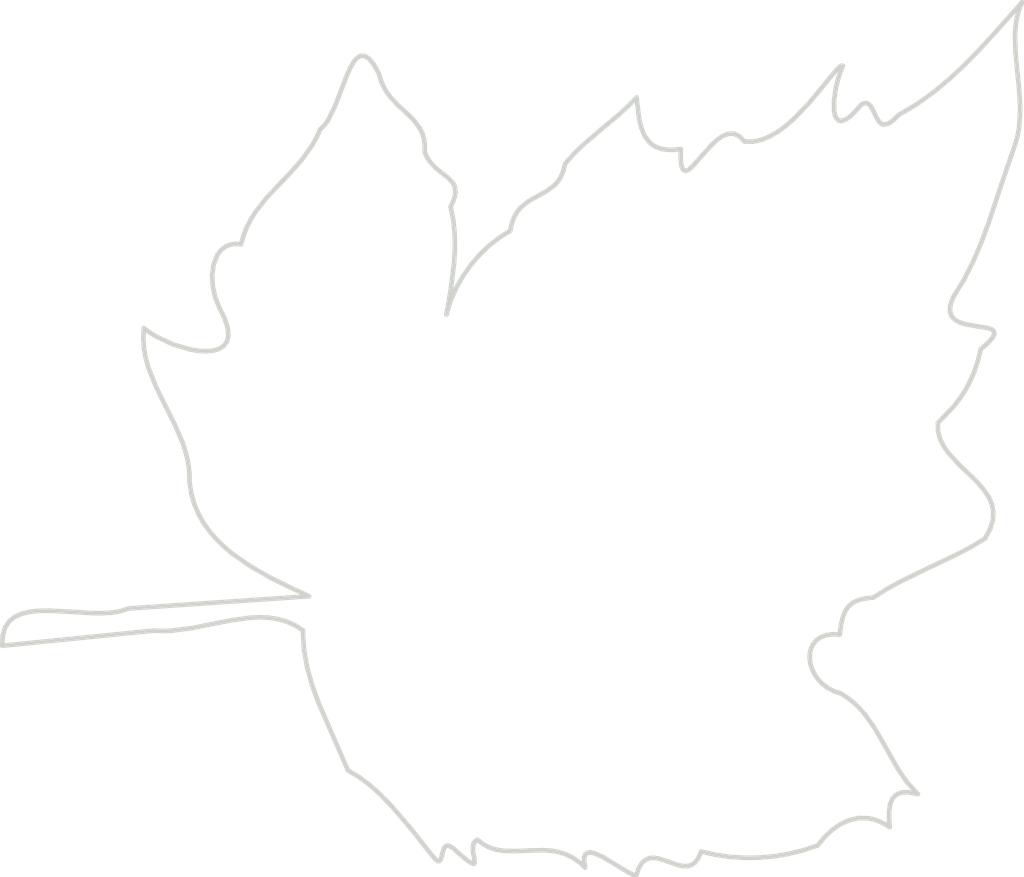
<source format=kicad_pcb>
(kicad_pcb (version 20201002) (generator pcbnew)

  (general
    (thickness 1.6)
  )

  (paper "A4")
  (layers
    (0 "F.Cu" signal)
    (31 "B.Cu" signal)
    (32 "B.Adhes" user "B.Adhesive")
    (33 "F.Adhes" user "F.Adhesive")
    (34 "B.Paste" user)
    (35 "F.Paste" user)
    (36 "B.SilkS" user "B.Silkscreen")
    (37 "F.SilkS" user "F.Silkscreen")
    (38 "B.Mask" user)
    (39 "F.Mask" user)
    (40 "Dwgs.User" user "User.Drawings")
    (41 "Cmts.User" user "User.Comments")
    (42 "Eco1.User" user "User.Eco1")
    (43 "Eco2.User" user "User.Eco2")
    (44 "Edge.Cuts" user)
    (45 "Margin" user)
    (46 "B.CrtYd" user "B.Courtyard")
    (47 "F.CrtYd" user "F.Courtyard")
    (48 "B.Fab" user)
    (49 "F.Fab" user)
  )

  (setup
    (stackup
      (layer "F.SilkS" (type "Top Silk Screen"))
      (layer "F.Paste" (type "Top Solder Paste"))
      (layer "F.Mask" (type "Top Solder Mask") (color "Green") (thickness 0.01))
      (layer "F.Cu" (type "copper") (thickness 0.035))
      (layer "dielectric 1" (type "core") (thickness 1.51) (material "FR4") (epsilon_r 4.5) (loss_tangent 0.02))
      (layer "B.Cu" (type "copper") (thickness 0.035))
      (layer "B.Mask" (type "Bottom Solder Mask") (color "Green") (thickness 0.01))
      (layer "B.Paste" (type "Bottom Solder Paste"))
      (layer "B.SilkS" (type "Bottom Silk Screen"))
      (copper_finish "None")
      (dielectric_constraints no)
    )
    (pcbplotparams
      (layerselection 0x00010fc_ffffffff)
      (disableapertmacros false)
      (usegerberextensions false)
      (usegerberattributes true)
      (usegerberadvancedattributes true)
      (creategerberjobfile true)
      (svguseinch false)
      (svgprecision 6)
      (excludeedgelayer true)
      (plotframeref false)
      (viasonmask false)
      (mode 1)
      (useauxorigin true)
      (hpglpennumber 1)
      (hpglpenspeed 20)
      (hpglpendiameter 15.000000)
      (psnegative false)
      (psa4output false)
      (plotreference true)
      (plotvalue true)
      (plotinvisibletext false)
      (sketchpadsonfab false)
      (subtractmaskfromsilk false)
      (outputformat 1)
      (mirror false)
      (drillshape 0)
      (scaleselection 1)
      (outputdirectory "gerbers/leaf")
    )
  )


  (net 0 "")

  (module "art:Leaf-2" (layer "F.Cu") (tedit 0) (tstamp 7f536057-7d44-4a4b-b009-0227ed9daeb3)
    (at 138.2776 93.9292)
    (attr through_hole)
    (fp_text reference "Ref**" (at 0 0) (layer "F.SilkS") hide
      (effects (font (size 1.27 1.27) (thickness 0.15)))
      (tstamp f9842137-641e-4ea9-a71b-ed75a9f0ce38)
    )
    (fp_text value "Val**" (at 0 0) (layer "F.SilkS") hide
      (effects (font (size 1.27 1.27) (thickness 0.15)))
      (tstamp ec45bdb0-962a-46e6-bd0e-e476bcb415fe)
    )
    (fp_line (start -12.499038 1.961811) (end -12.672963 1.557921) (layer "Edge.Cuts") (width 0.1) (tstamp 0004ec9d-4ac2-4307-afc4-14a3af1dd0f8))
    (fp_line (start -6.856404 10.672962) (end -6.878594 10.712842) (layer "Edge.Cuts") (width 0.1) (tstamp 00233b23-feab-48fb-b083-63fa9d31e71a))
    (fp_line (start -14.226964 5.632939) (end -14.021014 5.620649) (layer "Edge.Cuts") (width 0.1) (tstamp 0027e2f4-7ee9-41e1-a536-8f4dbbb90d3b))
    (fp_line (start -10.646723 5.729852) (end -10.844754 5.721752) (layer "Edge.Cuts") (width 0.1) (tstamp 00ea6960-4407-4caa-97b6-3cece01519c3))
    (fp_line (start 2.972224 9.496282) (end 2.858261 9.545582) (layer "Edge.Cuts") (width 0.1) (tstamp 0192845b-979a-449b-8143-5f5a0164e396))
    (fp_line (start 1.97784 -5.168201) (end 2.114566 -5.326069) (layer "Edge.Cuts") (width 0.1) (tstamp 023ddddc-4e90-46ed-850a-99eb86aab3e9))
    (fp_line (start 2.491999 10.113509) (end 2.378191 10.074009) (layer "Edge.Cuts") (width 0.1) (tstamp 0268dfce-a879-4fd3-8071-d72cf3d744fe))
    (fp_line (start 2.082192 7.687882) (end 2.193884 7.816072) (layer "Edge.Cuts") (width 0.1) (tstamp 028be0a0-04d9-42c3-b638-aa7e642ecde3))
    (fp_line (start -3.832411 11.11566) (end -3.971922 10.986701) (layer "Edge.Cuts") (width 0.1) (tstamp 02bcb0e7-6c11-43c6-b231-1323abdd5428))
    (fp_line (start -6.6406 -2.522505) (end -6.6379 -2.210841) (layer "Edge.Cuts") (width 0.1) (tstamp 0303ecb8-ca23-4de7-93ca-39da7cbe2ac8))
    (fp_line (start 0.492757 -4.869515) (end 0.659038 -5.014812) (layer "Edge.Cuts") (width 0.1) (tstamp 045fe10d-2453-46bb-afbc-63ec21a2973a))
    (fp_line (start -6.213038 11.012381) (end -6.226178 11.030401) (layer "Edge.Cuts") (width 0.1) (tstamp 0615d990-8eb7-430d-8fe9-7167682c6b5f))
    (fp_line (start -11.988472 -0.009898) (end -11.839277 -0.023738) (layer "Edge.Cuts") (width 0.1) (tstamp 076c0c97-3145-42c1-8a7f-cc8b55270be5))
    (fp_line (start 2.780731 9.632112) (end 2.734121 9.750562) (layer "Edge.Cuts") (width 0.1) (tstamp 078bd8b6-cab0-4d67-8cc5-2c1b7aad5e82))
    (fp_line (start 3.763199 1.533685) (end 3.765999 1.712481) (layer "Edge.Cuts") (width 0.1) (tstamp 08418df4-5c00-4413-9232-e4ca594c465b))
    (fp_line (start -6.731544 10.658122) (end -6.785244 10.640632) (layer "Edge.Cuts") (width 0.1) (tstamp 09cffb3a-bd7b-4863-b958-3f399a47a363))
    (fp_line (start -11.552524 -2.275956) (end -11.461384 -2.309126) (layer "Edge.Cuts") (width 0.1) (tstamp 0a0947a9-de09-45e8-aa43-8869c21e600c))
    (fp_line (start -4.415681 -3.672981) (end -4.351261 -3.775973) (layer "Edge.Cuts") (width 0.1) (tstamp 0a2fef0c-5ffb-4da5-a4f9-37b860107018))
    (fp_line (start -12.716697 6.008145) (end -12.921031 6.016745) (layer "Edge.Cuts") (width 0.1) (tstamp 0b5e5eaa-e171-49ab-9e75-00d4c95a1000))
    (fp_line (start -11.711998 -0.062318) (end -11.611946 -0.127978) (layer "Edge.Cuts") (width 0.1) (tstamp 0c7f6aa4-0374-4501-8fce-0bce5b32c7c9))
    (fp_line (start 5.507336 -7.36096) (end 5.461876 -7.187755) (layer "Edge.Cuts") (width 0.1) (tstamp 0d4123b4-a253-413c-9990-7f59256a70ff))
    (fp_line (start -13.333845 -0.50908) (end -13.200473 -0.40923) (layer "Edge.Cuts") (width 0.1) (tstamp 0d56760c-47b7-4db9-92a7-22e53bf7d5b3))
    (fp_line (start -1.716505 -3.911304) (end -1.663835 -3.893364) (layer "Edge.Cuts") (width 0.1) (tstamp 0f475ca7-cf28-4b53-b281-25eee8edc173))
    (fp_line (start -6.6379 -2.210841) (end -6.65551 -1.900247) (layer "Edge.Cuts") (width 0.1) (tstamp 0fc91041-1eb9-4bb4-830f-57ce44f87d70))
    (fp_line (start -11.862004 -1.659975) (end -11.830254 -1.885445) (layer "Edge.Cuts") (width 0.1) (tstamp 111fddf5-a36b-42c8-b083-e4fc9accd7e0))
    (fp_line (start 2.433366 -5.055389) (end 2.500996 -4.947428) (layer "Edge.Cuts") (width 0.1) (tstamp 1184c95a-0f5c-47c0-ad50-745b38e0b86f))
    (fp_line (start -0.634662 -4.697935) (end -0.516832 -4.646245) (layer "Edge.Cuts") (width 0.1) (tstamp 119bc84c-2925-4c74-9a1c-034d885e24cc))
    (fp_line (start 2.913856 -5.098495) (end 3.305757 -5.330438) (layer "Edge.Cuts") (width 0.1) (tstamp 133bdb30-4548-42f2-9b31-e71265170939))
    (fp_line (start -13.069177 0.763208) (end -13.231398 0.357321) (layer "Edge.Cuts") (width 0.1) (tstamp 14ca0c55-aa8a-4a67-93a0-bd0af2d88fef))
    (fp_line (start -15.357424 5.579689) (end -14.903795 5.603509) (layer "Edge.Cuts") (width 0.1) (tstamp 14ed271a-dd63-4ec0-850c-be192a5ff938))
    (fp_line (start -12.310918 3.062487) (end -12.349748 2.820311) (layer "Edge.Cuts") (width 0.1) (tstamp 15170a1c-5942-4896-bafb-1b6e2c3abe78))
    (fp_line (start -7.181208 -4.102631) (end -7.050751 -3.958909) (layer "Edge.Cuts") (width 0.1) (tstamp 1535e306-1e33-4b71-8c46-61a01b1d14b6))
    (fp_line (start -8.485333 -6.31233) (end -8.385112 -6.189099) (layer "Edge.Cuts") (width 0.1) (tstamp 1672ea44-bec0-425f-8e96-398e38721f22))
    (fp_line (start -3.468269 10.875454) (end -3.648231 10.799894) (layer "Edge.Cuts") (width 0.1) (tstamp 177b1cde-c61d-4815-8a22-81ef2485a2a8))
    (fp_line (start 5.461876 -7.187755) (end 5.434736 -7.008096) (layer "Edge.Cuts") (width 0.1) (tstamp 183ad248-1923-4d3f-b5b6-3c6f6cc6c4f3))
    (fp_line (start 4.197486 4.353573) (end 3.582881 4.64679) (layer "Edge.Cuts") (width 0.1) (tstamp 1856fa5c-95d3-4a4d-874a-35a29c51b048))
    (fp_line (start 2.378191 10.074009) (end 2.266409 10.050379) (layer "Edge.Cuts") (width 0.1) (tstamp 19704223-564b-4538-887c-060df70df0f5))
    (fp_line (start -4.413718 10.775721) (end -4.566082 10.749751) (layer "Edge.Cuts") (width 0.1) (tstamp 19ed9d13-0850-4fcd-8d3a-92b185db8892))
    (fp_line (start 4.92367 3.284941) (end 4.95574 3.448361) (layer "Edge.Cuts") (width 0.1) (tstamp 1a6fa447-8cd6-4a55-bb74-d8b8d76db2a6))
    (fp_line (start -11.590196 -0.708158) (end -11.705924 -0.944289) (layer "Edge.Cuts") (width 0.1) (tstamp 1a968885-c92f-4239-90f0-8184bb077723))
    (fp_line (start -14.021014 5.620649) (end -13.832684 5.588809) (layer "Edge.Cuts") (width 0.1) (tstamp 1d1f53e7-d404-4084-8ba2-2c7a8240d128))
    (fp_line (start -5.896726 10.678381) (end -6.025455 10.609931) (layer "Edge.Cuts") (width 0.1) (tstamp 1e0cafeb-0950-4bff-84ce-258a609d38d2))
    (fp_line (start -6.609063 -1.37055) (end -6.460314 -1.632755) (layer "Edge.Cuts") (width 0.1) (tstamp 1e2a999a-8ddb-425f-a6e3-f0de8a60554b))
    (fp_line (start 1.624216 -4.982327) (end 1.686036 -4.970987) (layer "Edge.Cuts") (width 0.1) (tstamp 1e558c59-48dd-4ffc-a213-18ea1c3451f5))
    (fp_line (start 2.500996 -4.947428) (end 2.543266 -4.911968) (layer "Edge.Cuts") (width 0.1) (tstamp 1f9037b2-9b5f-4f97-830b-1c4f73f2decb))
    (fp_line (start -9.818774 6.796611) (end -9.887394 6.405936) (layer "Edge.Cuts") (width 0.1) (tstamp 2029577c-3e0e-442c-9a89-61c36fb821f2))
    (fp_line (start 3.331506 9.530732) (end 3.128135 9.489582) (layer "Edge.Cuts") (width 0.1) (tstamp 202a722e-641c-45d9-b086-d13da6b87bec))
    (fp_line (start 5.134609 -3.618665) (end 4.852413 -2.770238) (layer "Edge.Cuts") (width 0.1) (tstamp 205fb8ab-c11b-4771-bf53-11a3db6e38d9))
    (fp_line (start -7.050751 -3.958909) (end -6.7849 -3.746138) (layer "Edge.Cuts") (width 0.1) (tstamp 20696ea3-874b-445e-854e-9235b7f65676))
    (fp_line (start -3.892198 -4.442818) (end -3.501419 -4.778571) (layer "Edge.Cuts") (width 0.1) (tstamp 20ddfbae-f7c8-4d99-a32a-52180babef02))
    (fp_line (start -11.027297 4.629366) (end -11.415972 4.36043) (layer "Edge.Cuts") (width 0.1) (tstamp 21843d9f-98a5-405a-b09f-b8d4070b8fac))
    (fp_line (start 5.534516 -5.237535) (end 5.512746 -4.843) (layer "Edge.Cuts") (width 0.1) (tstamp 22e50440-2314-4e99-b257-7f5cb6bb758e))
    (fp_line (start -2.625914 -4.829234) (end -2.551174 -4.648488) (layer "Edge.Cuts") (width 0.1) (tstamp 234f5e5f-9aae-4e82-b143-6f44a1a07416))
    (fp_line (start -13.231398 0.357321) (end -13.290398 0.148951) (layer "Edge.Cuts") (width 0.1) (tstamp 246c8923-1704-4d08-8fa9-341c3733b17a))
    (fp_line (start -16.227266 5.802769) (end -16.102192 5.705449) (layer "Edge.Cuts") (width 0.1) (tstamp 24708021-00c2-4e88-8e68-1d1134fdcfed))
    (fp_line (start 1.8359 5.487923) (end 1.76513 5.593398) (layer "Edge.Cuts") (width 0.1) (tstamp 2576dead-1d1c-4bc9-b720-2859692a7b5a))
    (fp_line (start 1.017883 6.724062) (end 1.053893 6.840303) (layer "Edge.Cuts") (width 0.1) (tstamp 25f814a3-6a66-4976-9228-6de5168f6ee8))
    (fp_line (start -2.448418 10.909771) (end -2.535328 10.945941) (layer "Edge.Cuts") (width 0.1) (tstamp 26a99069-3cc2-4283-87d2-8010e6862076))
    (fp_line (start -6.65551 -1.900247) (end -6.7299 -1.308553) (layer "Edge.Cuts") (width 0.1) (tstamp 26fafbfa-4221-49a5-9577-afa1bb7eb082))
    (fp_line (start -1.835674 11.057621) (end -2.045796 10.984311) (layer "Edge.Cuts") (width 0.1) (tstamp 2729dcd1-67a0-4eb4-9ff4-59942d26c069))
    (fp_line (start 4.94634 3.624579) (end 4.88873 3.81576) (layer "Edge.Cuts") (width 0.1) (tstamp 274a0f12-0676-4580-b4b9-5a382f7faf74))
    (fp_line (start 1.526716 -5.414015) (end 1.528216 -5.184397) (layer "Edge.Cuts") (width 0.1) (tstamp 27625412-1af8-4bcd-9dc8-1c28d1878917))
    (fp_line (start -8.275203 -5.995136) (end -8.230253 -5.843073) (layer "Edge.Cuts") (width 0.1) (tstamp 28e47b83-26ed-4b7b-a9eb-e4c0cc52faae))
    (fp_line (start -13.832684 5.588809) (end -13.666649 5.532329) (layer "Edge.Cuts") (width 0.1) (tstamp 29775f2f-147d-4132-846f-1b1aa138f691))
    (fp_line (start -10.612426 4.865622) (end -11.027297 4.629366) (layer "Edge.Cuts") (width 0.1) (tstamp 2a49d821-2f15-4879-9ea9-08735f29191c))
    (fp_line (start -6.950064 10.950693) (end -6.972994 10.971163) (layer "Edge.Cuts") (width 0.1) (tstamp 2a6c2938-518e-4603-9ea5-55ea4af8d549))
    (fp_line (start -7.286428 -4.294884) (end -7.238078 -4.191581) (layer "Edge.Cuts") (width 0.1) (tstamp 2adc5922-0f63-480d-8ca8-1063f6ec9209))
    (fp_line (start -6.216938 10.934141) (end -6.213038 11.012381) (layer "Edge.Cuts") (width 0.1) (tstamp 2b1ba0a2-1205-4568-98a1-985f7537b409))
    (fp_line (start -12.921031 6.016745) (end -13.121908 6.008145) (layer "Edge.Cuts") (width 0.1) (tstamp 2c0490fc-0403-48b9-b47c-b0f888f135a3))
    (fp_line (start -6.252478 10.695735) (end -6.238968 10.820313) (layer "Edge.Cuts") (width 0.1) (tstamp 2cf08532-7da1-4c9c-ad59-122ef6158aa2))
    (fp_line (start -10.446925 -3.576969) (end -10.187545 -3.845789) (layer "Edge.Cuts") (width 0.1) (tstamp 2e27b72c-cff3-41e3-a6b3-270cd134ead6))
    (fp_line (start -3.501419 -4.778571) (end -3.107482 -5.106796) (layer "Edge.Cuts") (width 0.1) (tstamp 2e5e7ecc-8457-4011-9203-a2ca5c6fd229))
    (fp_line (start -2.365421 -4.444387) (end -2.278781 -4.399197) (layer "Edge.Cuts") (width 0.1) (tstamp 2e6109a9-830b-4418-bed8-0e8f5938bdbf))
    (fp_line (start 4.059679 -0.760485) (end 4.132069 -0.685245) (layer "Edge.Cuts") (width 0.1) (tstamp 2ed657ca-4027-4f85-900f-69b3d5b8551b))
    (fp_line (start -15.570939 5.581789) (end -15.357424 5.579689) (layer "Edge.Cuts") (width 0.1) (tstamp 306658b8-cab3-43a2-9d2e-555a182ce810))
    (fp_line (start -6.878594 10.712842) (end -6.907994 10.815203) (layer "Edge.Cuts") (width 0.1) (tstamp 309296a0-0ecc-48cd-b198-11e03a6d1bac))
    (fp_line (start -11.631534 -2.225266) (end -11.552524 -2.275956) (layer "Edge.Cuts") (width 0.1) (tstamp 31e2966f-41e7-4b4a-92ad-6a7e9409c7e8))
    (fp_line (start -2.438851 -4.501827) (end -2.365421 -4.444387) (layer "Edge.Cuts") (width 0.1) (tstamp 320a709d-8ab0-445a-aa04-ba9df1044ed8))
    (fp_line (start 5.513146 -5.639417) (end 5.534516 -5.237535) (layer "Edge.Cuts") (width 0.1) (tstamp 33bd6960-a570-4cab-ac15-af72dfa7ae2d))
    (fp_line (start 3.984901 2.17837) (end 4.238728 2.451871) (layer "Edge.Cuts") (width 0.1) (tstamp 34ed42b2-b152-4775-9a73-c31b327399cc))
    (fp_line (start -8.228218 9.552845) (end -8.459258 9.343991) (layer "Edge.Cuts") (width 0.1) (tstamp 3549f53f-a8fe-4c96-95a5-03dfdfd101a7))
    (fp_line (start 3.673186 -5.593898) (end 4.019896 -5.883345) (layer "Edge.Cuts") (width 0.1) (tstamp 35c03e66-a14e-4577-a952-5369e83877e6))
    (fp_line (start 1.669816 7.361338) (end 1.822086 7.459128) (layer "Edge.Cuts") (width 0.1) (tstamp 35c8f1c6-84f0-4eb6-88cc-32ebfb02d99a))
    (fp_line (start 2.543266 -4.911968) (end 2.593666 -4.894808) (layer "Edge.Cuts") (width 0.1) (tstamp 35e40f60-8e41-495b-8833-ebf278f7dec4))
    (fp_line (start -11.544426 -0.223048) (end -11.514756 -0.349877) (layer "Edge.Cuts") (width 0.1) (tstamp 361a0c44-d43d-43f1-bb74-938d61b240ba))
    (fp_line (start 0.858567 10.74101) (end 0.540727 10.81944) (layer "Edge.Cuts") (width 0.1) (tstamp 36f44804-b454-430c-aea7-011fa8d5e770))
    (fp_line (start 0.320521 -4.742102) (end 0.492757 -4.869515) (layer "Edge.Cuts") (width 0.1) (tstamp 3788e813-55cf-4703-9ff3-f33cc6422dc1))
    (fp_line (start -11.910606 3.880703) (end -12.042942 3.697002) (layer "Edge.Cuts") (width 0.1) (tstamp 378a818b-0fcd-49e6-b9e1-ad445e4375ee))
    (fp_line (start -5.889618 -2.294716) (end -5.671372 -2.464893) (layer "Edge.Cuts") (width 0.1) (tstamp 37ebe57b-d52b-4607-a757-68b8f500717b))
    (fp_line (start 1.475123 10.311275) (end 1.315088 10.464368) (layer "Edge.Cuts") (width 0.1) (tstamp 37fddc40-1756-48bb-988e-a11526c8338a))
    (fp_line (start -1.597215 -3.924754) (end -1.518245 -3.994994) (layer "Edge.Cuts") (width 0.1) (tstamp 3811b0a9-3e23-4249-8fb4-b0968560b35b))
    (fp_line (start -11.798244 -1.174149) (end -11.850804 -1.417794) (layer "Edge.Cuts") (width 0.1) (tstamp 3855d11d-19c9-4fc1-aa28-b47b2790fe4a))
    (fp_line (start -1.734452 11.079421) (end -1.835674 11.057621) (layer "Edge.Cuts") (width 0.1) (tstamp 38a61500-8053-4848-b64b-e045a0bd48d3))
    (fp_line (start -9.259889 8.284889) (end -9.577844 7.550248) (layer "Edge.Cuts") (width 0.1) (tstamp 38e57046-3619-47e2-b8bb-8206dafbfe50))
    (fp_line (start 1.64913 6.093226) (end 1.489159 6.086726) (layer "Edge.Cuts") (width 0.1) (tstamp 3a1d93f8-92c4-4a56-b047-842defd35aba))
    (fp_line (start -2.877117 11.231549) (end -3.060965 11.120781) (layer "Edge.Cuts") (width 0.1) (tstamp 3a517f47-5fdf-4a21-951d-a90bdef91c91))
    (fp_line (start -12.042942 3.697002) (end -12.155268 3.499972) (layer "Edge.Cuts") (width 0.1) (tstamp 3add5bad-c207-4bf3-bce4-7de459cc0d9f))
    (fp_line (start 1.686036 -4.970987) (end 1.764776 -4.995177) (layer "Edge.Cuts") (width 0.1) (tstamp 3ae554ca-b68d-40bb-afda-28fa1e365c79))
    (fp_line (start -6.576114 10.785252) (end -6.662624 10.704672) (layer "Edge.Cuts") (width 0.1) (tstamp 3afeeb5e-fa5a-46a5-82e4-6b2c3eff54b7))
    (fp_line (start -6.096536 -2.097536) (end -5.889618 -2.294716) (layer "Edge.Cuts") (width 0.1) (tstamp 3b5b6c6a-8e56-4648-bc39-cfd53ccf8963))
    (fp_line (start -11.839277 -0.023738) (end -11.711998 -0.062318) (layer "Edge.Cuts") (width 0.1) (tstamp 3bb6396b-cf81-48e8-bbaf-c75935ebe4a4))
    (fp_line (start 2.662356 5.112744) (end 2.371606 5.296553) (layer "Edge.Cuts") (width 0.1) (tstamp 3bccfd8d-b868-4e43-8dba-887e89400134))
    (fp_line (start 2.901309 8.989684) (end 3.097178 9.273284) (layer "Edge.Cuts") (width 0.1) (tstamp 3c4b0e26-a6cf-4cf8-b631-2e17de2cf67a))
    (fp_line (start -10.083907 5.891352) (end -10.265557 5.811192) (layer "Edge.Cuts") (width 0.1) (tstamp 3c5d71af-7856-4ae2-869f-0ea1249584a8))
    (fp_line (start -12.87302 1.160897) (end -13.069177 0.763208) (layer "Edge.Cuts") (width 0.1) (tstamp 3d3c55ce-8509-4c25-bad4-0d6735a75217))
    (fp_line (start -8.696097 9.164745) (end -8.938383 9.022079) (layer "Edge.Cuts") (width 0.1) (tstamp 3d54c44d-4e43-4e3d-a112-9bb4916ab61a))
    (fp_line (start -2.354278 10.902371) (end -2.448418 10.909771) (layer "Edge.Cuts") (width 0.1) (tstamp 3dcf937e-d672-4cd2-8f03-26109a70e38e))
    (fp_line (start 5.471916 -6.042011) (end 5.513146 -5.639417) (layer "Edge.Cuts") (width 0.1) (tstamp 3e729099-bc1e-4d85-a0aa-dd1a5ece1032))
    (fp_line (start -6.226178 11.030401) (end -6.253828 11.030206) (layer "Edge.Cuts") (width 0.1) (tstamp 3ebcc350-d1af-48ec-b7f2-a8280b458f22))
    (fp_line (start 1.006713 6.496128) (end 1.002013 6.608235) (layer "Edge.Cuts") (width 0.1) (tstamp 3f4ae2c6-34b0-422f-81a5-a72c49976a9c))
    (fp_line (start -8.230253 -5.843073) (end -8.172303 -5.709236) (layer "Edge.Cuts") (width 0.1) (tstamp 3fcb5837-12af-4ec4-8f44-487af96bdea0))
    (fp_line (start -11.357911 -2.322866) (end -11.241908 -2.315266) (layer "Edge.Cuts") (width 0.1) (tstamp 3fd6ea0d-9919-4e35-9223-d111b0f759e6))
    (fp_line (start 1.521606 7.312028) (end 1.669816 7.361338) (layer "Edge.Cuts") (width 0.1) (tstamp 40df937d-448b-4ab4-9d78-5787f5fa28f1))
    (fp_line (start -6.67294 -3.243547) (end -6.72905 -3.12275) (layer "Edge.Cuts") (width 0.1) (tstamp 43629f04-815c-4c02-bda6-57c6df71ac39))
    (fp_line (start 4.019896 -5.883345) (end 4.34964 -6.193251) (layer "Edge.Cuts") (width 0.1) (tstamp 43f9116b-e753-4287-bd87-25bbb4533fd6))
    (fp_line (start 4.622003 0.198806) (end 4.545523 0.427789) (layer "Edge.Cuts") (width 0.1) (tstamp 444c97f0-a698-4fc4-80d4-cc43fb0425e0))
    (fp_line (start 4.238728 2.451871) (end 4.515823 2.715915) (layer "Edge.Cuts") (width 0.1) (tstamp 459fb8af-77c9-4f9c-8d58-a35e2514faca))
    (fp_line (start -4.491021 -3.587881) (end -4.415681 -3.672981) (layer "Edge.Cuts") (width 0.1) (tstamp 4634448e-a30b-48ee-84c2-f396e27956d4))
    (fp_line (start 3.097178 9.273284) (end 3.331506 9.530732) (layer "Edge.Cuts") (width 0.1) (tstamp 4637b469-d7f2-467d-8f4c-7b48f333f4a5))
    (fp_line (start 2.114566 -5.326069) (end 2.178246 -5.353229) (layer "Edge.Cuts") (width 0.1) (tstamp 47361f4d-92fa-45ec-a779-8ceacc366b92))
    (fp_line (start -0.09612 10.8997) (end -0.412364 10.9025) (layer "Edge.Cuts") (width 0.1) (tstamp 475a2072-5eb5-4324-a4b5-45fa2bdadd6c))
    (fp_line (start -2.680578 11.131759) (end -2.735468 11.295049) (layer "Edge.Cuts") (width 0.1) (tstamp 485332f9-4beb-4d26-a7a2-6ed71ca2eba4))
    (fp_line (start -10.45341 5.758502) (end -10.646723 5.729852) (layer "Edge.Cuts") (width 0.1) (tstamp 48ba6c2c-feee-45ea-a68d-b17ffae17bc7))
    (fp_line (start -1.774755 -4.365848) (end -1.773555 -4.137065) (layer "Edge.Cuts") (width 0.1) (tstamp 499ede4c-bdf1-49ac-bc24-c014c0ef1bc1))
    (fp_line (start 4.940576 -0.302885) (end 4.846136 -0.194486) (layer "Edge.Cuts") (width 0.1) (tstamp 49ef0eeb-4b09-40c9-8f31-e3bc4339e73b))
    (fp_line (start 1.184673 7.060808) (end 1.278623 7.158458) (layer "Edge.Cuts") (width 0.1) (tstamp 4b247031-b197-4d2b-9dcc-31bdcf329817))
    (fp_line (start 3.305757 -5.330438) (end 3.673186 -5.593898) (layer "Edge.Cuts") (width 0.1) (tstamp 4d294cde-9d2f-481d-a054-99b2749b9cb1))
    (fp_line (start -16.102192 5.705449) (end -15.947997 5.639579) (layer "Edge.Cuts") (width 0.1) (tstamp 4e61b2f2-fe81-4aec-bdc3-5ba81018d799))
    (fp_line (start -7.046384 10.945274) (end -7.17223 10.797134) (layer "Edge.Cuts") (width 0.1) (tstamp 4ecf97a9-4220-4175-bb80-d9411cfce851))
    (fp_line (start 5.512746 -4.843) (end 5.478406 -4.650559) (layer "Edge.Cuts") (width 0.1) (tstamp 4edfc1bd-5f8a-4d70-b3ed-e8662afee4b6))
    (fp_line (start -10.927038 -3.014876) (end -10.699109 -3.305244) (layer "Edge.Cuts") (width 0.1) (tstamp 4f166bf5-99f4-4ad1-942a-a927ce908e64))
    (fp_line (start -2.177666 -4.367507) (end -2.060803 -4.350557) (layer "Edge.Cuts") (width 0.1) (tstamp 4f690eff-5a39-4d57-a8bb-43eb66d89219))
    (fp_line (start 3.128135 9.489582) (end 2.972224 9.496282) (layer "Edge.Cuts") (width 0.1) (tstamp 5068a88e-01a6-4f01-8079-a69432354977))
    (fp_line (start 4.95574 3.448361) (end 4.94634 3.624579) (layer "Edge.Cuts") (width 0.1) (tstamp 50cde604-6a67-42fe-9eb5-f5e915b07cbd))
    (fp_line (start 1.278623 7.158458) (end 1.391072 7.243298) (layer "Edge.Cuts") (width 0.1) (tstamp 50ce93a5-b2f4-4a74-8dc8-314c09de3127))
    (fp_line (start -8.938383 9.022079) (end -9.259889 8.284889) (layer "Edge.Cuts") (width 0.1) (tstamp 51600a5c-9c83-45e6-b4dc-0e412c1352ac))
    (fp_line (start 5.434106 -6.438687) (end 5.471916 -6.042011) (layer "Edge.Cuts") (width 0.1) (tstamp 51c24fe2-0a1b-4373-8898-da0edb4adde2))
    (fp_line (start -4.665649 -3.456445) (end -4.491021 -3.587881) (layer "Edge.Cuts") (width 0.1) (tstamp 5223745b-bf72-4de6-bf24-62bda38fd26b))
    (fp_line (start 4.666172 -6.518088) (end 4.973244 -6.852324) (layer "Edge.Cuts") (width 0.1) (tstamp 53aead70-62e1-453c-8dfe-3173f5ed713e))
    (fp_line (start -11.113658 -2.69013) (end -11.026578 -2.857784) (layer "Edge.Cuts") (width 0.1) (tstamp 54027b1a-da84-483d-b91a-789b45c84131))
    (fp_line (start -4.719668 10.738811) (end -5.027317 10.744911) (layer "Edge.Cuts") (width 0.1) (tstamp 5425780c-955d-4679-838b-33b79ce0376d))
    (fp_line (start 2.192877 5.315453) (end 2.04632 5.351773) (layer "Edge.Cuts") (width 0.1) (tstamp 550bb107-5459-413c-aa9d-a4d990dc715b))
    (fp_line (start -11.705924 -0.944289) (end -11.798244 -1.174149) (layer "Edge.Cuts") (width 0.1) (tstamp 55834e1e-433c-4b61-ba25-42826ab78672))
    (fp_line (start 5.424546 -4.462441) (end 5.134609 -3.618665) (layer "Edge.Cuts") (width 0.1) (tstamp 55e21203-0237-4ce9-a417-e2a35c69a163))
    (fp_line (start 2.04632 5.351773) (end 1.92848 5.408323) (layer "Edge.Cuts") (width 0.1) (tstamp 565f8a28-ad5c-4bcb-a8f4-ba81b72c2906))
    (fp_line (start 5.574026 -7.526883) (end 5.507336 -7.36096) (layer "Edge.Cuts") (width 0.1) (tstamp 56a8962e-5ad6-4860-a4c6-33c98403fbb5))
    (fp_line (start 4.686423 -0.053844) (end 4.622003 0.198806) (layer "Edge.Cuts") (width 0.1) (tstamp 5777e9aa-2b62-4501-9a7e-f55c2e066056))
    (fp_line (start -4.263961 -4.050546) (end -4.081448 -4.256809) (layer "Edge.Cuts") (width 0.1) (tstamp 57844cd5-e14b-4ae5-a740-0e7a15e0b7f9))
    (fp_line (start 2.390188 8.093128) (end 2.563242 8.388492) (layer "Edge.Cuts") (width 0.1) (tstamp 578b5b62-abe5-4af3-b935-ae47b56a1257))
    (fp_line (start 1.958902 7.568438) (end 2.082192 7.687882) (layer "Edge.Cuts") (width 0.1) (tstamp 57c5be72-8ec6-449d-a5e7-661ea2b3636f))
    (fp_line (start -13.33384 -0.50913) (end -13.333845 -0.50908) (layer "Edge.Cuts") (width 0.1) (tstamp 58449486-70fe-4ed5-8064-f3e69a53f58b))
    (fp_line (start -6.68491 -3.641622) (end -6.65089 -3.582072) (layer "Edge.Cuts") (width 0.1) (tstamp 585f093b-4acc-4f2f-b397-db8ab0af111f))
    (fp_line (start 1.174174 10.63641) (end 0.858567 10.74101) (layer "Edge.Cuts") (width 0.1) (tstamp 58b6780a-db44-4121-baa4-a8013856c9e9))
    (fp_line (start 4.604047 -0.548985) (end 4.832566 -0.511485) (layer "Edge.Cuts") (width 0.1) (tstamp 59542462-031a-482a-b272-4a252836d1ef))
    (fp_line (start -11.241908 -2.315266) (end -11.186148 -2.509946) (layer "Edge.Cuts") (width 0.1) (tstamp 5979b730-0e57-4023-b2fe-129c0668ec28))
    (fp_line (start -12.349748 2.820311) (end -12.352848 2.596992) (layer "Edge.Cuts") (width 0.1) (tstamp 598132a7-cea5-4c10-b1e3-c8ecdbb4120d))
    (fp_line (start -11.459718 5.786732) (end -12.300632 5.952905) (layer "Edge.Cuts") (width 0.1) (tstamp 59d20341-f0aa-458f-bd55-3778496c82be))
    (fp_line (start 2.193884 7.816072) (end 2.390188 8.093128) (layer "Edge.Cuts") (width 0.1) (tstamp 5aa58a5c-7b4a-444c-9c41-cd0e81e3cff2))
    (fp_line (start -8.739753 -6.33233) (end -8.661463 -6.37649) (layer "Edge.Cuts") (width 0.1) (tstamp 5c491fa5-70fd-4130-96a6-5e6ba015b17f))
    (fp_line (start -12.672963 1.557921) (end -12.87302 1.160897) (layer "Edge.Cuts") (width 0.1) (tstamp 5c7358e8-0f09-4d4a-949a-73861ef03efe))
    (fp_line (start -7.573384 10.287311) (end -8.003326 9.784333) (layer "Edge.Cuts") (width 0.1) (tstamp 5d1fb654-bddc-42df-bc38-55d074334410))
    (fp_line (start 2.654056 -4.900408) (end 2.726306 -4.933248) (layer "Edge.Cuts") (width 0.1) (tstamp 5f221241-c897-46e5-a3ec-dfa3396d6ba7))
    (fp_line (start 1.76513 5.593398) (end 1.71272 5.727561) (layer "Edge.Cuts") (width 0.1) (tstamp 5fa09ac6-66ae-4010-be3e-0db0ca644bad))
    (fp_line (start 1.239333 -5.657537) (end 1.460898 -5.933711) (layer "Edge.Cuts") (width 0.1) (tstamp 5fc9cec0-19da-40af-9795-d0209d37bfc9))
    (fp_line (start -6.62587 -3.437312) (end -6.63929 -3.347662) (layer "Edge.Cuts") (width 0.1) (tstamp 602962ff-cb52-4a39-8f61-725c0229781d))
    (fp_line (start 4.978086 -0.383915) (end 4.940576 -0.302885) (layer "Edge.Cuts") (width 0.1) (tstamp 6098cd02-56e8-4c57-8329-4f68d2cc8c95))
    (fp_line (start -0.516832 -4.646245) (end -0.402715 -4.528617) (layer "Edge.Cuts") (width 0.1) (tstamp 60febc1e-2bc2-4997-bf9a-659201baca3b))
    (fp_line (start -3.854631 10.985024) (end -3.832411 11.11566) (layer "Edge.Cuts") (width 0.1) (tstamp 62eef665-542e-4e3e-876f-fda68cc23b1b))
    (fp_line (start 4.852413 -2.770238) (end 4.696593 -2.35237) (layer "Edge.Cuts") (width 0.1) (tstamp 6408858a-ea6c-4040-94cb-9b5890010dd1))
    (fp_line (start -16.318546 5.936636) (end -16.227266 5.802769) (layer "Edge.Cuts") (width 0.1) (tstamp 655ce18b-7bf5-47db-ab8f-62091463aa7a))
    (fp_line (start -8.949763 -5.984513) (end -8.882713 -6.128872) (layer "Edge.Cuts") (width 0.1) (tstamp 6627cc26-7be8-43f7-a78b-493d21a84280))
    (fp_line (start -2.045796 10.984311) (end -2.254648 10.916861) (layer "Edge.Cuts") (width 0.1) (tstamp 6648a168-4e4d-448b-8df0-0f6f7ce2e23c))
    (fp_line (start -11.698614 -2.158966) (end -11.631534 -2.225266) (layer "Edge.Cuts") (width 0.1) (tstamp 66504c41-f39c-4f0b-a0be-6850e09a8473))
    (fp_line (start 4.34964 -6.193251) (end 4.666172 -6.518088) (layer "Edge.Cuts") (width 0.1) (tstamp 675b5b33-787f-487d-915a-b3a333caa474))
    (fp_line (start -11.461384 -2.309126) (end -11.357911 -2.322866) (layer "Edge.Cuts") (width 0.1) (tstamp 68710fdb-c92b-47f2-abe8-f50f056cc82d))
    (fp_line (start -5.762049 10.723301) (end -5.896726 10.678381) (layer "Edge.Cuts") (width 0.1) (tstamp 6890cf58-1536-42b3-9cf0-eeb74535dca7))
    (fp_line (start -12.155268 3.499972) (end -12.245338 3.288754) (layer "Edge.Cuts") (width 0.1) (tstamp 694a9ec6-d402-4efa-b844-083817052143))
    (fp_line (start -5.445957 -2.605233) (end -5.411177 -2.76642) (layer "Edge.Cuts") (width 0.1) (tstamp 699025b3-d00a-4080-98b4-12bd2ec8dcc0))
    (fp_line (start 0.968677 -5.335597) (end 1.239333 -5.657537) (layer "Edge.Cuts") (width 0.1) (tstamp 69982461-6c9f-4390-ba6e-4cde286410dc))
    (fp_line (start -8.813103 -6.2473) (end -8.739753 -6.33233) (layer "Edge.Cuts") (width 0.1) (tstamp 6a7cfa89-517c-4631-995e-016e222b2bd5))
    (fp_line (start 4.351357 0.831113) (end 4.231173 1.013632) (layer "Edge.Cuts") (width 0.1) (tstamp 6c29f5f7-456b-4941-81d4-2ac452091d15))
    (fp_line (start 2.711621 10.061923) (end 2.724691 10.244189) (layer "Edge.Cuts") (width 0.1) (tstamp 6c654090-c874-43a6-8e32-85b52f03568c))
    (fp_line (start 1.679096 -6.159532) (end 1.716336 -6.161132) (layer "Edge.Cuts") (width 0.1) (tstamp 6cc729fe-dde8-4e0c-99af-5194e2d64aab))
    (fp_line (start -6.7849 -3.746138) (end -6.68491 -3.641622) (layer "Edge.Cuts") (width 0.1) (tstamp 6d647f52-ad0b-4ae5-b60e-49ba585d5112))
    (fp_line (start -11.830254 -1.885445) (end -11.753964 -2.078956) (layer "Edge.Cuts") (width 0.1) (tstamp 6e7a8a76-9d60-41a0-9d19-d466950a251e))
    (fp_line (start 0.143592 -4.638437) (end 0.320521 -4.742102) (layer "Edge.Cuts") (width 0.1) (tstamp 6eec0afe-7600-4974-8c3d-f0b61e736795))
    (fp_line (start 2.371606 5.296553) (end 2.192877 5.315453) (layer "Edge.Cuts") (width 0.1) (tstamp 6f295c46-987b-4918-860d-25b885f1e514))
    (fp_line (start 4.967016 -0.442445) (end 4.978086 -0.383915) (layer "Edge.Cuts") (width 0.1) (tstamp 6f5b6fe9-7bae-4f76-bbe8-caf0a9d2e79e))
    (fp_line (start -12.300632 5.952905) (end -12.716697 6.008145) (layer "Edge.Cuts") (width 0.1) (tstamp 705b20f5-14ed-4102-8526-a6ff8ab7ce16))
    (fp_line (start 4.085649 -1.162971) (end 4.028139 -0.994477) (layer "Edge.Cuts") (width 0.1) (tstamp 71bdae1c-5a19-4f9d-9275-76855227b2e5))
    (fp_line (start -0.036766 -4.564387) (end 0.143592 -4.638437) (layer "Edge.Cuts") (width 0.1) (tstamp 732249a5-2338-4fee-a133-4ca5027d9dfd))
    (fp_line (start -9.577844 7.550248) (end -9.71253 7.177151) (layer "Edge.Cuts") (width 0.1) (tstamp 734351a8-41d2-4ee8-b8e8-e2b2b73681f7))
    (fp_line (start -7.680677 -5.143532) (end -7.517258 -4.983037) (layer "Edge.Cuts") (width 0.1) (tstamp 75863793-ef4f-4ad2-a245-c487f7736a13))
    (fp_line (start 1.822086 7.459128) (end 1.958902 7.568438) (layer "Edge.Cuts") (width 0.1) (tstamp 7662961f-f899-479b-9575-716566fc7dae))
    (fp_line (start -0.7546 -4.694135) (end -0.634662 -4.697935) (layer "Edge.Cuts") (width 0.1) (tstamp 77cece75-d43a-4318-a5fe-ae2c23b1076c))
    (fp_line (start 4.320261 -1.5455) (end 4.085649 -1.162971) (layer "Edge.Cuts") (width 0.1) (tstamp 791f899e-0b56-4340-9876-a456e1265c96))
    (fp_line (start 2.593666 -4.894808) (end 2.654056 -4.900408) (layer "Edge.Cuts") (width 0.1) (tstamp 7a256185-323d-4677-96bc-f5ae01f1d151))
    (fp_line (start -9.536774 -4.792189) (end -9.447384 -4.875179) (layer "Edge.Cuts") (width 0.1) (tstamp 7bafa52a-7597-4231-842e-9032d83e8b3c))
    (fp_line (start -9.715414 -4.437662) (end -9.619534 -4.608403) (layer "Edge.Cuts") (width 0.1) (tstamp 7cb385c8-50f2-4603-b695-335221e72cbc))
    (fp_line (start 2.734121 9.750562) (end 2.712921 9.895607) (layer "Edge.Cuts") (width 0.1) (tstamp 7da13ef9-bff1-4f9f-8f9c-9a0777e1da29))
    (fp_line (start 5.478406 -4.650559) (end 5.424546 -4.462441) (layer "Edge.Cuts") (width 0.1) (tstamp 7daa5318-1a33-44f3-8cc5-ec22b6b94cbd))
    (fp_line (start 1.630416 -5.938495) (end 1.563996 -5.677418) (layer "Edge.Cuts") (width 0.1) (tstamp 7e36dc7e-159f-4d8b-a7b7-4f5e37d4f873))
    (fp_line (start 1.578106 -5.024687) (end 1.624216 -4.982327) (layer "Edge.Cuts") (width 0.1) (tstamp 7ec4b314-226a-407c-a919-b90dc81b92b0))
    (fp_line (start -3.648231 10.799894) (end -3.722771 10.786794) (layer "Edge.Cuts") (width 0.1) (tstamp 7f4fd7d9-f66d-4a13-ba9c-2a10961c739c))
    (fp_line (start -5.411177 -2.76642) (end -5.360917 -2.900762) (layer "Edge.Cuts") (width 0.1) (tstamp 7fc8215a-7888-417d-ad90-ff2f4843a193))
    (fp_line (start -15.769354 5.600059) (end -15.570939 5.581789) (layer "Edge.Cuts") (width 0.1) (tstamp 80a9beea-960c-4af0-b65e-5429c53759cf))
    (fp_line (start -11.528246 -0.5108) (end -11.590196 -0.708158) (layer "Edge.Cuts") (width 0.1) (tstamp 80f2e242-b6da-4eb7-b5b0-71307695f786))
    (fp_line (start -9.364944 -4.991974) (end -9.216174 -5.297114) (layer "Edge.Cuts") (width 0.1) (tstamp 813fd05f-f96b-4b7e-88d3-5b589b9be377))
    (fp_line (start 1.032343 6.391046) (end 1.006713 6.496128) (layer "Edge.Cuts") (width 0.1) (tstamp 8145ea7e-4825-42a2-aedb-f25c1bf47a2d))
    (fp_line (start 1.528216 -5.184397) (end 1.546506 -5.093547) (layer "Edge.Cuts") (width 0.1) (tstamp 8196d523-63c5-4a8e-a2f4-a73fcfa8c8bd))
    (fp_line (start 4.231173 1.013632) (end 4.09392 1.188841) (layer "Edge.Cuts") (width 0.1) (tstamp 8253221e-43ea-41f4-8847-471169749833))
    (fp_line (start -4.566082 10.749751) (end -4.719668 10.738811) (layer "Edge.Cuts") (width 0.1) (tstamp 826f359e-6182-4552-8c5c-6eb30872594f))
    (fp_line (start -4.263372 10.821011) (end -4.413718 10.775721) (layer "Edge.Cuts") (width 0.1) (tstamp 828bf039-d1af-4bb0-b222-918817d02c79))
    (fp_line (start 4.545523 0.427789) (end 4.455723 0.637195) (layer "Edge.Cuts") (width 0.1) (tstamp 83b9f4f7-3f13-436f-96f6-83e1e2a181c8))
    (fp_line (start -4.857546 -3.35184) (end -4.665649 -3.456445) (layer "Edge.Cuts") (width 0.1) (tstamp 8461be2f-bf90-4a06-b993-927d9f99860a))
    (fp_line (start -12.154274 -0.018498) (end -11.988472 -0.009898) (layer "Edge.Cuts") (width 0.1) (tstamp 84ef55ff-aa2f-47c5-a0e4-dff72e56697f))
    (fp_line (start -6.66917 -2.828665) (end -6.6406 -2.522505) (layer "Edge.Cuts") (width 0.1) (tstamp 8575007c-d316-42f0-b450-728e440d5b62))
    (fp_line (start -12.245338 3.288754) (end -12.310918 3.062487) (layer "Edge.Cuts") (width 0.1) (tstamp 857f5130-0148-43e3-9dc4-4a9ea179e221))
    (fp_line (start -6.662624 10.704672) (end -6.731544 10.658122) (layer "Edge.Cuts") (width 0.1) (tstamp 859e9649-b817-418c-b2f3-6c5c8cc6c994))
    (fp_line (start -11.046759 5.730852) (end -11.459718 5.786732) (layer "Edge.Cuts") (width 0.1) (tstamp 8697e849-5e44-4324-9be7-5486ad450520))
    (fp_line (start -10.265557 5.811192) (end -10.45341 5.758502) (layer "Edge.Cuts") (width 0.1) (tstamp 883f18e7-9c7d-40dc-b5d7-5b3686607d07))
    (fp_line (start 5.422996 -6.822813) (end 5.434106 -6.438687) (layer "Edge.Cuts") (width 0.1) (tstamp 8903d4a5-7e8d-4bfa-84d6-9bdfaf7ead2f))
    (fp_line (start -6.972994 10.971163) (end -7.004314 10.971014) (layer "Edge.Cuts") (width 0.1) (tstamp 8985c470-df11-4545-a221-564745df8e38))
    (fp_line (start -6.73031 -1.092065) (end -6.609063 -1.37055) (layer "Edge.Cuts") (width 0.1) (tstamp 89c057ac-f2af-4d83-b82a-8a7f683678fb))
    (fp_line (start -11.753964 -2.078956) (end -11.698614 -2.158966) (layer "Edge.Cuts") (width 0.1) (tstamp 8a43b32a-f92d-4724-b2c0-0b034db5c346))
    (fp_line (start 2.049922 10.046679) (end 1.844544 10.094329) (layer "Edge.Cuts") (width 0.1) (tstamp 8a5cfdd3-32de-4f35-b112-1c52700e48e2))
    (fp_line (start 2.858261 9.545582) (end 2.780731 9.632112) (layer "Edge.Cuts") (width 0.1) (tstamp 8a825226-4335-4742-a5fe-5583b96a37fc))
    (fp_line (start -11.415972 4.36043) (end -11.594877 4.211557) (layer "Edge.Cuts") (width 0.1) (tstamp 8a998849-befe-48ba-8993-4ede18f45a4d))
    (fp_line (start 2.266409 10.050379) (end 2.049922 10.046679) (layer "Edge.Cuts") (width 0.1) (tstamp 8bda89ff-ae18-4731-bc20-f9b0cb4b2e41))
    (fp_line (start -6.907994 10.815203) (end -6.933164 10.914563) (layer "Edge.Cuts") (width 0.1) (tstamp 8c364380-f432-4a65-83fc-c38c0710c670))
    (fp_line (start -7.517258 -4.983037) (end -7.384788 -4.801949) (layer "Edge.Cuts") (width 0.1) (tstamp 8c8eb1f1-28a0-4713-82e0-662e38276dd3))
    (fp_line (start 2.607583 10.169899) (end 2.491999 10.113509) (layer "Edge.Cuts") (width 0.1) (tstamp 8ccc5f45-fabb-4f93-9e35-a3afd073915a))
    (fp_line (start -2.673234 -5.034116) (end -2.625914 -4.829234) (layer "Edge.Cuts") (width 0.1) (tstamp 8d11adab-bd9a-4fbd-96ac-8c55b601a703))
    (fp_line (start 3.582881 4.64679) (end 2.963772 4.946768) (layer "Edge.Cuts") (width 0.1) (tstamp 8d8d408f-b9f8-4b5f-bbc0-fe07b780f385))
    (fp_line (start -7.238078 -4.191581) (end -7.181208 -4.102631) (layer "Edge.Cuts") (width 0.1) (tstamp 8f2412b3-8490-45dc-bc36-78e4468925fe))
    (fp_line (start 4.915726 -0.483345) (end 4.967016 -0.442445) (layer "Edge.Cuts") (width 0.1) (tstamp 8f60ef83-dcd2-48a0-b76a-b63a3a0e6545))
    (fp_line (start 1.352604 6.107096) (end 1.239053 6.151016) (layer "Edge.Cuts") (width 0.1) (tstamp 9022bbba-cc24-4fb4-b35f-160a57f8eb0d))
    (fp_line (start 4.64621 2.849805) (end 4.76215 2.987829) (layer "Edge.Cuts") (width 0.1) (tstamp 91103baa-2666-4707-9d82-cde5d294f238))
    (fp_line (start -4.081448 -4.256809) (end -3.892198 -4.442818) (layer "Edge.Cuts") (width 0.1) (tstamp 91654980-99c0-485a-802a-590d33bf54bc))
    (fp_line (start -1.466862 11.003581) (end -1.548322 11.059221) (layer "Edge.Cuts") (width 0.1) (tstamp 91c55274-c002-4d9f-99f5-dbdc7832058e))
    (fp_line (start -13.121908 6.008145) (end -16.381056 6.334411) (layer "Edge.Cuts") (width 0.1) (tstamp 92c36fea-6d72-4943-9807-24d74f6a6b4a))
    (fp_line (start -6.365981 10.962776) (end -6.576114 10.785252) (layer "Edge.Cuts") (width 0.1) (tstamp 9315703f-2ab4-4355-81f4-46ece6abf208))
    (fp_line (start 4.85689 3.132152) (end 4.92367 3.284941) (layer "Edge.Cuts") (width 0.1) (tstamp 94187db3-c24b-43f4-989c-6e2098aa2ed4))
    (fp_line (start 1.6752 5.893231) (end 1.64913 6.093226) (layer "Edge.Cuts") (width 0.1) (tstamp 94821ff3-044a-4ac2-9f77-ea28f1b85dfe))
    (fp_line (start -8.882713 -6.128872) (end -8.813103 -6.2473) (layer "Edge.Cuts") (width 0.1) (tstamp 94b65989-a408-4dc9-a7d2-c37115fd9d0b))
    (fp_line (start -8.459258 9.343991) (end -8.696097 9.164745) (layer "Edge.Cuts") (width 0.1) (tstamp 95f4c3ec-bf12-450e-9c95-d2879b2a70f2))
    (fp_line (start -4.299951 -3.900585) (end -4.263961 -4.050546) (layer "Edge.Cuts") (width 0.1) (tstamp 97145a8e-c048-4bf6-9dd9-49e26dc72b15))
    (fp_line (start -13.290398 0.148951) (end -13.329648 -0.064293) (layer "Edge.Cuts") (width 0.1) (tstamp 971a7760-6125-4eef-8114-67a151fe33e2))
    (fp_line (start 4.09392 1.188841) (end 3.763199 1.533685) (layer "Edge.Cuts") (width 0.1) (tstamp 9836e558-ae6f-4ba7-aed4-f0a62668932b))
    (fp_line (start -11.186148 -2.509946) (end -11.113658 -2.69013) (layer "Edge.Cuts") (width 0.1) (tstamp 985bc8b4-6780-485c-81a4-ce77aeeb2a4a))
    (fp_line (start -13.345398 -0.283351) (end -13.333898 -0.509166) (layer "Edge.Cuts") (width 0.1) (tstamp 98937365-b18d-44f9-a4c3-c696eba13a8b))
    (fp_line (start 1.844544 10.094329) (end 1.652276 10.185229) (layer "Edge.Cuts") (width 0.1) (tstamp 98c5596f-0264-425a-b21d-f88a316a2961))
    (fp_line (start 1.053893 6.840303) (end 1.109623 6.953654) (layer "Edge.Cuts") (width 0.1) (tstamp 9a30106c-7646-43b7-93c7-7033e19b8d65))
    (fp_line (start -0.402715 -4.528617) (end -0.219289 -4.525817) (layer "Edge.Cuts") (width 0.1) (tstamp 9a930c2a-42af-4ef8-98c9-e1de0a21a9af))
    (fp_line (start -11.850804 -1.417794) (end -11.862004 -1.659975) (layer "Edge.Cuts") (width 0.1) (tstamp 9a986565-918c-4283-b689-aacaa18682c5))
    (fp_line (start -7.301698 -4.579491) (end -7.284428 -4.446255) (layer "Edge.Cuts") (width 0.1) (tstamp 9bd372ff-af88-41f3-93b1-74b81cfaed68))
    (fp_line (start -12.698222 -0.155175) (end -12.331373 -0.047118) (layer "Edge.Cuts") (width 0.1) (tstamp 9cde6553-7779-42db-a619-5f56d3024f8d))
    (fp_line (start -5.330292 10.759721) (end -5.622219 10.748971) (layer "Edge.Cuts") (width 0.1) (tstamp 9d4687e8-784d-4f6b-8af7-913e2be53f91))
    (fp_line (start 3.765999 1.712481) (end 3.808379 1.878084) (layer "Edge.Cuts") (width 0.1) (tstamp 9e2a92e8-5f38-454f-aa1e-16efb44f40bc))
    (fp_line (start -12.331373 -0.047118) (end -12.154274 -0.018498) (layer "Edge.Cuts") (width 0.1) (tstamp 9ea8b588-8398-4128-97d2-3f1ed9bc7865))
    (fp_line (start -1.548322 11.059221) (end -1.638092 11.082221) (layer "Edge.Cuts") (width 0.1) (tstamp 9eb9467b-cea7-40eb-92c9-8615dcfaf86c))
    (fp_line (start 3.808379 1.878084) (end 3.883599 2.032658) (layer "Edge.Cuts") (width 0.1) (tstamp a04f9d32-3f1c-4166-8c24-116d4613488f))
    (fp_line (start -6.198528 10.543031) (end -6.230848 10.585241) (layer "Edge.Cuts") (width 0.1) (tstamp a0846d17-4275-470f-ae15-2b28c51e832d))
    (fp_line (start -13.333898 -0.509166) (end -13.33384 -0.50913) (layer "Edge.Cuts") (width 0.1) (tstamp a12716ba-8b50-4435-a982-99209f9a91ce))
    (fp_line (start -2.613288 11.017661) (end -2.680578 11.131759) (layer "Edge.Cuts") (width 0.1) (tstamp a16632fe-e5ba-4abc-b388-c6bf46279cce))
    (fp_line (start 2.726306 -4.933248) (end 2.812286 -4.997788) (layer "Edge.Cuts") (width 0.1) (tstamp a202b288-127d-4003-b725-d30a6c400ea8))
    (fp_line (start -5.360917 -2.900762) (end -5.297387 -3.011986) (layer "Edge.Cuts") (width 0.1) (tstamp a285655d-5194-4605-bf05-9c45267e4ced))
    (fp_line (start -3.827391 10.828424) (end -3.852031 10.890504) (layer "Edge.Cuts") (width 0.1) (tstamp a3ed85f2-9bcc-445e-8d4a-23bdab5b2517))
    (fp_line (start -0.219289 -4.525817) (end -0.036766 -4.564387) (layer "Edge.Cuts") (width 0.1) (tstamp a5210762-188a-4b84-ae8a-a89982c61d72))
    (fp_line (start -7.004314 10.971014) (end -7.046384 10.945274) (layer "Edge.Cuts") (width 0.1) (tstamp a5615c01-a6e8-4b72-a380-8acd651399ee))
    (fp_line (start 1.716336 -6.161132) (end 1.630416 -5.938495) (layer "Edge.Cuts") (width 0.1) (tstamp a5cec542-8e2d-4a15-b894-219d398b475b))
    (fp_line (start 4.846136 -0.194486) (end 4.686423 -0.053844) (layer "Edge.Cuts") (width 0.1) (tstamp a60c0a0f-9a4b-4566-a345-958c9cabb9b6))
    (fp_line (start -3.852031 10.890504) (end -3.854631 10.985024) (layer "Edge.Cuts") (width 0.1) (tstamp a69464b1-1540-4b97-8b9b-8a8bde06d74f))
    (fp_line (start 4.348275 -0.593915) (end 4.604047 -0.548985) (layer "Edge.Cuts") (width 0.1) (tstamp a89bb2f7-4cad-4ace-a667-7ab8a69c2119))
    (fp_line (start -3.971922 10.986701) (end -4.115841 10.889911) (layer "Edge.Cuts") (width 0.1) (tstamp aa70604d-836c-489e-b01d-ae1e9a73cc83))
    (fp_line (start 4.455723 0.637195) (end 4.351357 0.831113) (layer "Edge.Cuts") (width 0.1) (tstamp ab7eaffb-90b9-4074-a110-7b302a3016b1))
    (fp_line (start -2.254648 10.916861) (end -2.354278 10.902371) (layer "Edge.Cuts") (width 0.1) (tstamp abcdf2ba-99ce-460f-a5a1-4131d499a6c6))
    (fp_line (start -11.594877 4.211557) (end -11.760503 4.051935) (layer "Edge.Cuts") (width 0.1) (tstamp abdefd06-49f4-442b-ab4c-3b03bf94a2db))
    (fp_line (start 4.132069 -0.685245) (end 4.231049 -0.631345) (layer "Edge.Cuts") (width 0.1) (tstamp acef1a05-8e38-4be1-bb93-32566322425e))
    (fp_line (start 4.028139 -0.994477) (end 4.022239 -0.861938) (layer "Edge.Cuts") (width 0.1) (tstamp ae941305-3baa-4489-9ca4-b32d438a6ca1))
    (fp_line (start -6.28812 -1.875983) (end -6.096536 -2.097536) (layer "Edge.Cuts") (width 0.1) (tstamp b0676a50-a297-4d1c-b90b-6fda206cf5fd))
    (fp_line (start -0.875039 -4.645375) (end -0.7546 -4.694135) (layer "Edge.Cuts") (width 0.1) (tstamp b076af06-7514-4c78-ae14-fad24ca06444))
    (fp_line (start 1.391072 7.243298) (end 1.521606 7.312028) (layer "Edge.Cuts") (width 0.1) (tstamp b08b0676-9a9c-45d4-bfd3-b425f097cbb5))
    (fp_line (start -10.18931 5.076076) (end -10.612426 4.865622) (layer "Edge.Cuts") (width 0.1) (tstamp b0f83796-1be7-4dd5-8c2b-34d0456bedf8))
    (fp_line (start -8.003326 9.784333) (end -8.228218 9.552845) (layer "Edge.Cuts") (width 0.1) (tstamp b1215adf-436f-4db5-93f2-db0c84e2bed4))
    (fp_line (start -4.115841 10.889911) (end -4.263372 10.821011) (layer "Edge.Cuts") (width 0.1) (tstamp b1778c49-1532-42cc-b0d1-3788cd560d6b))
    (fp_line (start -3.722771 10.786794) (end -3.783401 10.795094) (layer "Edge.Cuts") (width 0.1) (tstamp b207e20b-d501-4bbe-a660-b8ef19669318))
    (fp_line (start 2.563242 8.388492) (end 2.901309 8.989684) (layer "Edge.Cuts") (width 0.1) (tstamp b23916ae-3d05-48dd-bc7d-d86f8e027ee1))
    (fp_line (start -2.726244 -5.476489) (end -2.673234 -5.034116) (layer "Edge.Cuts") (width 0.1) (tstamp b2845193-26c4-4aa0-96ff-2e4b04e6432c))
    (fp_line (start -9.216174 -5.297114) (end -8.949763 -5.984513) (layer "Edge.Cuts") (width 0.1) (tstamp b3e00c08-5cbf-4c55-8b60-2d16c8a9efd4))
    (fp_line (start 1.002013 6.608235) (end 1.017883 6.724062) (layer "Edge.Cuts") (width 0.1) (tstamp b48e5128-ec2f-4ac7-af31-f84853318ccc))
    (fp_line (start -9.909204 6.002433) (end -10.083907 5.891352) (layer "Edge.Cuts") (width 0.1) (tstamp b5b6b260-504a-4117-9ebb-935e802a1a1d))
    (fp_line (start -11.514756 -0.349877) (end -11.528246 -0.5108) (layer "Edge.Cuts") (width 0.1) (tstamp b6053fae-48ec-44a5-9e53-32f7f6da1b31))
    (fp_line (start -8.385112 -6.189099) (end -8.275203 -5.995136) (layer "Edge.Cuts") (width 0.1) (tstamp b6115377-d7ab-466f-a3bb-4bace0ad8be9))
    (fp_line (start -12.381278 2.380097) (end -12.431258 2.168683) (layer "Edge.Cuts") (width 0.1) (tstamp b65647ab-af90-4362-b492-39f62028cfe6))
    (fp_line (start -1.753615 -3.989044) (end -1.716505 -3.911304) (layer "Edge.Cuts") (width 0.1) (tstamp b68d55d2-e183-4714-a650-de1e56973497))
    (fp_line (start -11.026578 -2.857784) (end -10.927038 -3.014876) (layer "Edge.Cuts") (width 0.1) (tstamp b7cce62f-aa4a-4bb2-aca0-7f324a45236f))
    (fp_line (start 1.489159 6.086726) (end 1.352604 6.107096) (layer "Edge.Cuts") (width 0.1) (tstamp b82e97c5-1155-4a00-ba37-c15af75ee010))
    (fp_line (start 1.563996 -5.677418) (end 1.526716 -5.414015) (layer "Edge.Cuts") (width 0.1) (tstamp b8dadd32-540f-4667-a078-00d056d3ed1e))
    (fp_line (start -1.395442 10.908501) (end -1.466862 11.003581) (layer "Edge.Cuts") (width 0.1) (tstamp b964a17e-807b-4b2c-8204-1e42029746d6))
    (fp_line (start 0.222038 10.87218) (end -0.09612 10.8997) (layer "Edge.Cuts") (width 0.1) (tstamp b9a88057-b3f0-4acf-b325-854e41aa5602))
    (fp_line (start -7.17223 10.797134) (end -7.573384 10.287311) (layer "Edge.Cuts") (width 0.1) (tstamp bb0f8ed1-1240-4ce0-9340-9d0ae78640db))
    (fp_line (start 4.76215 2.987829) (end 4.85689 3.132152) (layer "Edge.Cuts") (width 0.1) (tstamp bbb230c4-677f-45de-bf34-aed2d58f2ed8))
    (fp_line (start 0.659038 -5.014812) (end 0.968677 -5.335597) (layer "Edge.Cuts") (width 0.1) (tstamp bbe721e3-a8ef-4644-9a9d-5993224bd05e))
    (fp_line (start -9.775896 5.267606) (end -10.18931 5.076076) (layer "Edge.Cuts") (width 0.1) (tstamp bc2fd0fe-4c06-4493-8c58-c67cfd420d9e))
    (fp_line (start -1.663835 -3.893364) (end -1.597215 -3.924754) (layer "Edge.Cuts") (width 0.1) (tstamp bcc6dd21-bc7b-42b5-a825-917431fdaaff))
    (fp_line (start -3.107482 -5.106796) (end -2.914284 -5.283397) (layer "Edge.Cuts") (width 0.1) (tstamp bced5be7-57d7-46f6-b066-6e733d8cf001))
    (fp_line (start 1.71272 5.727561) (end 1.6752 5.893231) (layer "Edge.Cuts") (width 0.1) (tstamp bd7d297b-a2d1-4319-b2d7-b276370d17a4))
    (fp_line (start 4.88873 3.81576) (end 4.776142 4.02407) (layer "Edge.Cuts") (width 0.1) (tstamp be236ef2-20ac-4627-aa50-816224c3ad12))
    (fp_line (start -5.027317 10.744911) (end -5.330292 10.759721) (layer "Edge.Cuts") (width 0.1) (tstamp bedd0648-d859-40e5-bc53-083c20675018))
    (fp_line (start -1.773555 -4.137065) (end -1.753615 -3.989044) (layer "Edge.Cuts") (width 0.1) (tstamp bf02fa81-2f60-4242-9ffa-20e527322b21))
    (fp_line (start -5.671372 -2.464893) (end -5.445957 -2.605233) (layer "Edge.Cuts") (width 0.1) (tstamp bf534d0c-6222-432a-b637-1310fb5fee92))
    (fp_line (start -1.638092 11.082221) (end -1.734452 11.079421) (layer "Edge.Cuts") (width 0.1) (tstamp bf884d48-bbfa-4f4c-b4a1-cbf534a6dc2f))
    (fp_line (start -0.994373 -4.562115) (end -0.875039 -4.645375) (layer "Edge.Cuts") (width 0.1) (tstamp bfc5c2a7-ea7a-442f-be5d-228d546a79ab))
    (fp_line (start 1.148103 6.215186) (end 1.079333 6.296296) (layer "Edge.Cuts") (width 0.1) (tstamp c06259b6-3613-464f-84bd-519c88a52cb3))
    (fp_line (start 4.832566 -0.511485) (end 4.915726 -0.483345) (layer "Edge.Cuts") (width 0.1) (tstamp c083ed1b-03df-41a2-ae73-ce3115146848))
    (fp_line (start 2.375846 -5.182962) (end 2.433366 -5.055389) (layer "Edge.Cuts") (width 0.1) (tstamp c179559a-1029-437d-9fa5-627077f0026a))
    (fp_line (start -2.735468 11.295049) (end -2.877117 11.231549) (layer "Edge.Cuts") (width 0.1) (tstamp c1a090c7-974e-4f18-99a5-48e76b8e529c))
    (fp_line (start -10.187545 -3.845789) (end -9.938022 -4.127441) (layer "Edge.Cuts") (width 0.1) (tstamp c1eba600-92c3-474b-8a0f-f12e9abbbdd0))
    (fp_line (start 4.515823 2.715915) (end 4.64621 2.849805) (layer "Edge.Cuts") (width 0.1) (tstamp c1fa11a7-25af-4f0e-a09a-e367efdd09f5))
    (fp_line (start -6.82 -0.8) (end -6.73031 -1.092065) (layer "Edge.Cuts") (width 0.1) (tstamp c4189532-a925-4482-9695-b0814857c7d3))
    (fp_line (start -11.760503 4.051935) (end -11.910606 3.880703) (layer "Edge.Cuts") (width 0.1) (tstamp c484232e-621c-476a-a306-dd5947f0318c))
    (fp_line (start 4.022239 -0.861938) (end 4.059679 -0.760485) (layer "Edge.Cuts") (width 0.1) (tstamp c4c32095-0f41-4337-a07e-77ba3b0f190d))
    (fp_line (start 2.275846 -5.33294) (end 2.313496 -5.29442) (layer "Edge.Cuts") (width 0.1) (tstamp c4d8c2b9-12aa-4a02-8cc6-4c8c7db17e2f))
    (fp_line (start 4.521559 -1.943045) (end 4.320261 -1.5455) (layer "Edge.Cuts") (width 0.1) (tstamp c6f4f111-0558-4d40-80a4-98d7333baad9))
    (fp_line (start -6.253828 11.030206) (end -6.365981 10.962776) (layer "Edge.Cuts") (width 0.1) (tstamp c6f82974-789d-4ac3-860f-627fb05fcb37))
    (fp_line (start 2.812286 -4.997788) (end 2.913856 -5.098495) (layer "Edge.Cuts") (width 0.1) (tstamp c743812e-390d-4925-98d5-6908e7eac7bb))
    (fp_line (start -1.033582 10.83574) (end -1.335792 10.76715) (layer "Edge.Cuts") (width 0.1) (tstamp c7501015-5bdd-4536-a020-32dd87a6bc71))
    (fp_line (start 4.493273 4.196047) (end 4.197486 4.353573) (layer "Edge.Cuts") (width 0.1) (tstamp c7e0a6db-44f6-4a1c-8f01-aa39898519fe))
    (fp_line (start 1.92848 5.408323) (end 1.8359 5.487923) (layer "Edge.Cuts") (width 0.1) (tstamp c831e091-de66-4795-ae59-d685fe6cc103))
    (fp_line (start 2.712921 9.895607) (end 2.711621 10.061923) (layer "Edge.Cuts") (width 0.1) (tstamp c8747a82-46f1-409f-8ecc-270679beb316))
    (fp_line (start -2.551174 -4.648488) (end -2.438851 -4.501827) (layer "Edge.Cuts") (width 0.1) (tstamp c89a435d-1240-4643-9336-9b2fff53d339))
    (fp_line (start -14.44586 5.630739) (end -14.226964 5.632939) (layer "Edge.Cuts") (width 0.1) (tstamp c8c0f11a-f7d9-4a08-a1da-59d79837d437))
    (fp_line (start -5.222777 -3.103826) (end -5.049121 -3.244242) (layer "Edge.Cuts") (width 0.1) (tstamp ca52362b-a7a1-4943-a408-b4f2e9d0afca))
    (fp_line (start -16.381056 6.334411) (end -16.371356 6.11215) (layer "Edge.Cuts") (width 0.1) (tstamp caa38194-4d07-46d5-81ae-49e1c48114de))
    (fp_line (start 4.696593 -2.35237) (end 4.521559 -1.943045) (layer "Edge.Cuts") (width 0.1) (tstamp cb19a97a-cbc2-4d8f-ac15-9ccfea230efe))
    (fp_line (start -13.200473 -0.40923) (end -13.046539 -0.3154) (layer "Edge.Cuts") (width 0.1) (tstamp cb9d6c58-3e39-402d-9bbe-3db49af38e03))
    (fp_line (start 1.079333 6.296296) (end 1.032343 6.391046) (layer "Edge.Cuts") (width 0.1) (tstamp cc5d5306-107c-474f-bd05-edf354e1790d))
    (fp_line (start -6.65089 -3.582072) (end -6.63047 -3.514712) (layer "Edge.Cuts") (width 0.1) (tstamp ced2de88-6d2f-400d-a3aa-7da46f1f2d89))
    (fp_line (start -6.238968 10.820313) (end -6.216938 10.934141) (layer "Edge.Cuts") (width 0.1) (tstamp cef34d27-afec-40d2-8a04-c9a8479cfba4))
    (fp_line (start -7.384788 -4.801949) (end -7.335918 -4.69719) (layer "Edge.Cuts") (width 0.1) (tstamp cf7f47d9-6dba-4da6-bbec-bbb0949b60ae))
    (fp_line (start 1.109623 6.953654) (end 1.184673 7.060808) (layer "Edge.Cuts") (width 0.1) (tstamp cfbf7545-a956-4cb1-9b58-b83e002bbd01))
    (fp_line (start -6.147438 10.513661) (end -6.198528 10.543031) (layer "Edge.Cuts") (width 0.1) (tstamp d01c5faa-d704-43c2-a49e-9e93ce72d482))
    (fp_line (start -5.049121 -3.244242) (end -4.857546 -3.35184) (layer "Edge.Cuts") (width 0.1) (tstamp d16d2a52-2167-41b5-bdab-624819b3a7a1))
    (fp_line (start -9.447384 -4.875179) (end -9.364944 -4.991974) (layer "Edge.Cuts") (width 0.1) (tstamp d2fb2b01-e245-44d6-98eb-6485d9d4df64))
    (fp_line (start -7.335918 -4.69719) (end -7.301698 -4.579491) (layer "Edge.Cuts") (width 0.1) (tstamp d43d5f7f-84d5-4a18-b5e5-72c0942dd7e1))
    (fp_line (start 2.313496 -5.29442) (end 2.375846 -5.182962) (layer "Edge.Cuts") (width 0.1) (tstamp d453675a-ac87-4f73-b2a9-54aedbfd937c))
    (fp_line (start -6.785244 10.640632) (end -6.826074 10.647232) (layer "Edge.Cuts") (width 0.1) (tstamp d59f4740-f1b6-4490-abac-fe6fdc6553f0))
    (fp_line (start -7.856613 -5.304212) (end -7.680677 -5.143532) (layer "Edge.Cuts") (width 0.1) (tstamp d60975ff-c78d-412b-8195-3bc63e9eb75d))
    (fp_line (start 1.764776 -4.995177) (end 1.861646 -5.059407) (layer "Edge.Cuts") (width 0.1) (tstamp d6c606cc-57f7-4ff0-a107-c7280f63a246))
    (fp_line (start -1.110995 -4.454827) (end -0.994373 -4.562115) (layer "Edge.Cuts") (width 0.1) (tstamp d7407dc3-1c50-4dc0-af2f-193524e92686))
    (fp_line (start -16.371356 6.11215) (end -16.318546 5.936636) (layer "Edge.Cuts") (width 0.1) (tstamp d74f04a9-145c-45eb-a96e-c225eb882a80))
    (fp_line (start -6.72905 -3.12275) (end -6.66917 -2.828665) (layer "Edge.Cuts") (width 0.1) (tstamp d9cb76ec-aaeb-4153-8158-23fd828f9411))
    (fp_line (start -0.412364 10.9025) (end -0.725312 10.88101) (layer "Edge.Cuts") (width 0.1) (tstamp d9ff8146-4ec0-437b-971c-81d8bc5eb57f))
    (fp_line (start -11.611946 -0.127978) (end -11.544426 -0.223048) (layer "Edge.Cuts") (width 0.1) (tstamp da52ae63-cd11-4014-b232-8329f5c13197))
    (fp_line (start -13.329648 -0.064293) (end -13.345398 -0.283351) (layer "Edge.Cuts") (width 0.1) (tstamp dc4228df-8d6f-4203-9657-56539761a776))
    (fp_line (start -13.666649 5.532329) (end -9.775896 5.267606) (layer "Edge.Cuts") (width 0.1) (tstamp dc4a5af1-7372-464f-a07b-00d13b2ff484))
    (fp_line (start 1.315088 10.464368) (end 1.174174 10.63641) (layer "Edge.Cuts") (width 0.1) (tstamp dc6a4b00-e983-41bc-8d7d-a98117a70038))
    (fp_line (start -7.284428 -4.446255) (end -7.286428 -4.294884) (layer "Edge.Cuts") (width 0.1) (tstamp dd8d49c5-5211-45dd-828c-0970271558a1))
    (fp_line (start -8.661463 -6.37649) (end -8.577053 -6.37229) (layer "Edge.Cuts") (width 0.1) (tstamp dd8d8a05-03cc-4244-9f6b-7cdb33226d3e))
    (fp_line (start -13.046539 -0.3154) (end -12.698222 -0.155175) (layer "Edge.Cuts") (width 0.1) (tstamp ddfd2278-5a89-41ae-915f-6ef9e33e5a65))
    (fp_line (start -8.172303 -5.709236) (end -8.103663 -5.591029) (layer "Edge.Cuts") (width 0.1) (tstamp ded5ba7a-7d58-4a86-a471-75a91a453120))
    (fp_line (start 1.460898 -5.933711) (end 1.623266 -6.117202) (layer "Edge.Cuts") (width 0.1) (tstamp dffe2c17-f089-4a80-8676-04145644d18d))
    (fp_line (start 1.623266 -6.117202) (end 1.679096 -6.159532) (layer "Edge.Cuts") (width 0.1) (tstamp e0490ac5-8fe1-468e-80cf-61ab4f3e047e))
    (fp_line (start -8.026633 -5.485854) (end -7.856613 -5.304212) (layer "Edge.Cuts") (width 0.1) (tstamp e099f6f3-525e-4160-9774-1699bb107ea9))
    (fp_line (start -9.887394 6.405936) (end -9.909204 6.002433) (layer "Edge.Cuts") (width 0.1) (tstamp e2166bf4-479a-431a-8039-da0d62826e4b))
    (fp_line (start -10.844754 5.721752) (end -11.046759 5.730852) (layer "Edge.Cuts") (width 0.1) (tstamp e230965f-b573-4666-9ec1-fe9f192ec121))
    (fp_line (start 1.546506 -5.093547) (end 1.578106 -5.024687) (layer "Edge.Cuts") (width 0.1) (tstamp e29aee73-a531-4923-b2d6-07fe0064b84f))
    (fp_line (start -6.933164 10.914563) (end -6.950064 10.950693) (layer "Edge.Cuts") (width 0.1) (tstamp e2ef50f4-f5ec-479b-bbcf-2b193e9c8e4f))
    (fp_line (start 1.652276 10.185229) (end 1.475123 10.311275) (layer "Edge.Cuts") (width 0.1) (tstamp e38cb711-4608-4503-b3aa-d1d89c553c0b))
    (fp_line (start 2.963772 4.946768) (end 2.662356 5.112744) (layer "Edge.Cuts") (width 0.1) (tstamp e39a4a77-2d91-4dec-b31b-f5bafd913ae6))
    (fp_line (start 1.239053 6.151016) (end 1.148103 6.215186) (layer "Edge.Cuts") (width 0.1) (tstamp e3dc7d22-2bf3-4999-94f7-62807f0db055))
    (fp_line (start -2.278781 -4.399197) (end -2.177666 -4.367507) (layer "Edge.Cuts") (width 0.1) (tstamp e4190a61-dea8-460f-bd84-5077e7ae1514))
    (fp_line (start -6.63047 -3.514712) (end -6.62587 -3.437312) (layer "Edge.Cuts") (width 0.1) (tstamp e44b8e97-a54a-432a-b370-fb5942554a90))
    (fp_line (start -6.7299 -1.308553) (end -6.82 -0.8) (layer "Edge.Cuts") (width 0.1) (tstamp e4e08ac9-3f65-41d6-a8ee-33bb3866d690))
    (fp_line (start -9.938022 -4.127441) (end -9.715414 -4.437662) (layer "Edge.Cuts") (width 0.1) (tstamp e538c3f2-e411-4905-992a-010fad9047eb))
    (fp_line (start -1.926923 -4.349588) (end -1.774755 -4.365848) (layer "Edge.Cuts") (width 0.1) (tstamp e6019ac1-242e-464c-8158-d4f6dd3ea0d5))
    (fp_line (start -3.783401 10.795094) (end -3.827391 10.828424) (layer "Edge.Cuts") (width 0.1) (tstamp e6071ca6-bcf9-4e22-ae04-958ac8bfe06f))
    (fp_line (start -2.060803 -4.350557) (end -1.926923 -4.349588) (layer "Edge.Cuts") (width 0.1) (tstamp e6fac95f-c816-4d6d-acfd-f58e81fc37d3))
    (fp_line (start 2.231386 -5.35403) (end 2.275846 -5.33294) (layer "Edge.Cuts") (width 0.1) (tstamp e8cc9117-28a1-4c9c-94c4-89af8c558082))
    (fp_line (start -6.025455 10.609931) (end -6.147438 10.513661) (layer "Edge.Cuts") (width 0.1) (tstamp e8e95749-bcb4-4215-8c35-953d4be0f8c5))
    (fp_line (start -5.297387 -3.011986) (end -5.222777 -3.103826) (layer "Edge.Cuts") (width 0.1) (tstamp ea8f095b-666f-40bd-aca1-08b384334f9d))
    (fp_line (start -2.535328 10.945941) (end -2.613288 11.017661) (layer "Edge.Cuts") (width 0.1) (tstamp eadd6ac1-1a51-49db-84e0-549e80ea1edc))
    (fp_line (start 2.724691 10.244189) (end 2.607583 10.169899) (layer "Edge.Cuts") (width 0.1) (tstamp eb855998-22b9-428f-8347-911877d71b19))
    (fp_line (start 5.434736 -7.008096) (end 5.422996 -6.822813) (layer "Edge.Cuts") (width 0.1) (tstamp eb9eb681-ba9d-45c7-b90c-1e49a9bc05b5))
    (fp_line (start -3.060965 11.120781) (end -3.468269 10.875454) (layer "Edge.Cuts") (width 0.1) (tstamp ebb88db5-1fbb-4e62-ad0f-47e2961d2781))
    (fp_line (start -12.352848 2.596992) (end -12.381278 2.380097) (layer "Edge.Cuts") (width 0.1) (tstamp ebc8590f-ec1f-4400-8129-e1af1adee2e3))
    (fp_line (start -1.329681 -4.21009) (end -1.110995 -4.454827) (layer "Edge.Cuts") (width 0.1) (tstamp ebd3f508-d038-4e1a-92c3-fe41359c3a61))
    (fp_line (start -10.699109 -3.305244) (end -10.446925 -3.576969) (layer "Edge.Cuts") (width 0.1) (tstamp ec359893-7649-474b-913b-eda2bd2367d8))
    (fp_line (start -4.351261 -3.775973) (end -4.299951 -3.900585) (layer "Edge.Cuts") (width 0.1) (tstamp ed172759-6408-4bbe-9dac-e822bc34306b))
    (fp_line (start -5.622219 10.748971) (end -5.762049 10.723301) (layer "Edge.Cuts") (width 0.1) (tstamp ee8d332d-4b75-4d01-b46d-d39d3952bdad))
    (fp_line (start 4.973244 -6.852324) (end 5.574026 -7.526883) (layer "Edge.Cuts") (width 0.1) (tstamp eec0502a-80e8-4b1d-98d2-e9847d4f2872))
    (fp_line (start -6.826074 10.647232) (end -6.856404 10.672962) (layer "Edge.Cuts") (width 0.1) (tstamp efd395c9-0c99-4238-8ea6-0b6e0dbf0cae))
    (fp_line (start 3.883599 2.032658) (end 3.984901 2.17837) (layer "Edge.Cuts") (width 0.1) (tstamp efd83cac-9b4d-4106-b477-eb4c0386fa2e))
    (fp_line (start -1.335792 10.76715) (end -1.395442 10.908501) (layer "Edge.Cuts") (width 0.1) (tstamp efd8dca6-0d4a-4c85-a05a-b3412fe201db))
    (fp_line (start -12.431258 2.168683) (end -12.499038 1.961811) (layer "Edge.Cuts") (width 0.1) (tstamp f0072023-ab6b-4f7a-9c2b-f35a8593dac3))
    (fp_line (start -0.725312 10.88101) (end -1.033582 10.83574) (layer "Edge.Cuts") (width 0.1) (tstamp f0e2cc7d-484f-49d7-b539-2f2b671f1456))
    (fp_line (start -8.577053 -6.37229) (end -8.485333 -6.31233) (layer "Edge.Cuts") (width 0.1) (tstamp f10f3369-39c2-4c13-98a7-d3aed7a96544))
    (fp_line (start -14.903795 5.603509) (end -14.44586 5.630739) (layer "Edge.Cuts") (width 0.1) (tstamp f2d7795c-751d-4878-a5d6-92b782f3d659))
    (fp_line (start -6.63929 -3.347662) (end -6.67294 -3.243547) (layer "Edge.Cuts") (width 0.1) (tstamp f2ec32ae-8d78-4924-a9c2-2afd44c2a5e1))
    (fp_line (start 0.540727 10.81944) (end 0.222038 10.87218) (layer "Edge.Cuts") (width 0.1) (tstamp f41b572c-e238-41c8-8d90-f1a124ba120e))
    (fp_line (start -9.619534 -4.608403) (end -9.536774 -4.792189) (layer "Edge.Cuts") (width 0.1) (tstamp f55d11cd-7c9b-408c-b454-a51e57f113bb))
    (fp_line (start 4.231049 -0.631345) (end 4.348275 -0.593915) (layer "Edge.Cuts") (width 0.1) (tstamp f59806a5-fa1e-4fb5-9440-c35995e4fbef))
    (fp_line (start 4.776142 4.02407) (end 4.493273 4.196047) (layer "Edge.Cuts") (width 0.1) (tstamp f669b450-b390-4047-9375-905bc97d0531))
    (fp_line (start 1.861646 -5.059407) (end 1.97784 -5.168201) (layer "Edge.Cuts") (width 0.1) (tstamp f67609c9-77a1-4262-8b78-d04f51d0222b))
    (fp_line (start -8.103663 -5.591029) (end -8.026633 -5.485854) (layer "Edge.Cuts") (width 0.1) (tstamp f68b5057-4342-4764-b7f4-d5e0ab885644))
    (fp_line (start -6.460314 -1.632755) (end -6.28812 -1.875983) (layer "Edge.Cuts") (width 0.1) (tstamp f6fa2a0b-88b0-4dfc-b0cc-0d1c3afefe0f))
    (fp_line (start -9.71253 7.177151) (end -9.818774 6.796611) (layer "Edge.Cuts") (width 0.1) (tstamp f774e178-3ef3-41a8-a208-a92235f1fc63))
    (fp_line (start -6.230848 10.585241) (end -6.252478 10.695735) (layer "Edge.Cuts") (width 0.1) (tstamp f8e771d1-52fb-471a-9e6f-5deada052d12))
    (fp_line (start -1.518245 -3.994994) (end -1.329681 -4.21009) (layer "Edge.Cuts") (width 0.1) (tstamp f947604f-6b90-4b29-8090-9524fdb3616c))
    (fp_line (start -15.947997 5.639579) (end -15.769354 5.600059) (layer "Edge.Cuts") (width 0.1) (tstamp fd04dec4-d3dd-44ad-bcb9-c7e033986373))
    (fp_line (start 2.178246 -5.353229) (end 2.231386 -5.35403) (layer "Edge.Cuts") (width 0.1) (tstamp ff0a96d1-9c0f-4d03-a797-2f6583c0c5d7))
    (fp_line (start -2.914284 -5.283397) (end -2.726244 -5.476489) (layer "Edge.Cuts") (width 0.1) (tstamp ff1bd6b5-8374-4799-b2c4-75c2a637acb9))
  )

)

</source>
